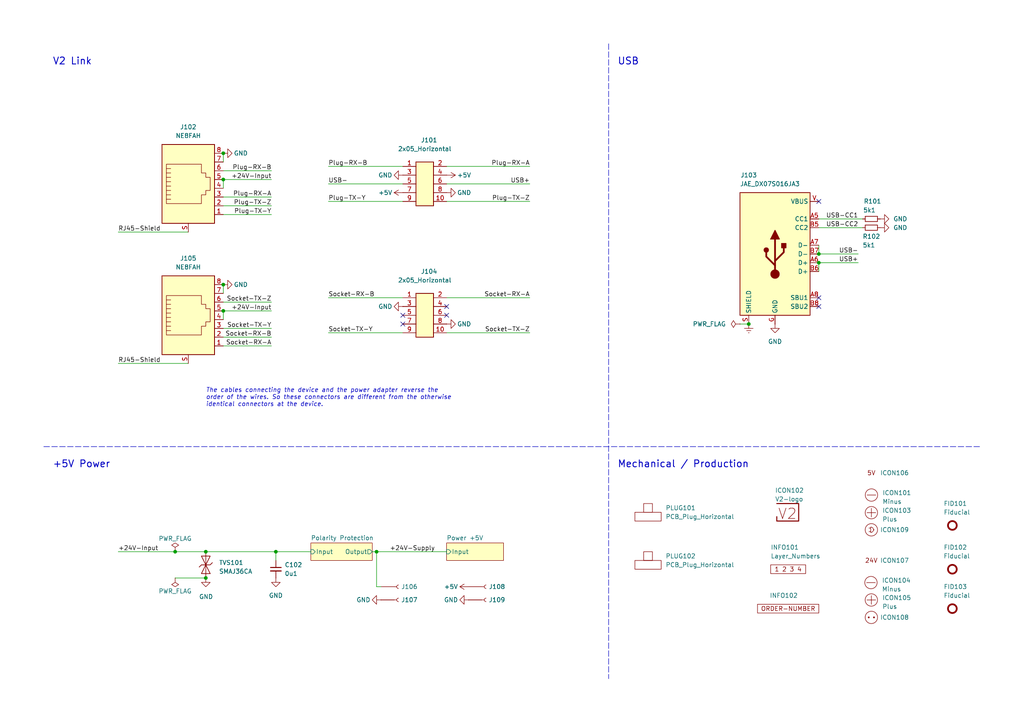
<source format=kicad_sch>
(kicad_sch (version 20231120) (generator "eeschema") (generator_version "8.0")
  (paper "A4")
  (title_block (title "V2 power RJ45") (date "2023-08-08") (rev "3") (company "Versio Duo") (comment 1 "Power Supply"))
  (lib_symbols
    (symbol "Device:C_Small" (pin_numbers hide) (pin_names (offset 0.254) hide)
      (property "Reference" "C" (at 0.254 1.778 0))
      (property "Value" "C_Small" (at 0.254 -2.032 0))
      (symbol "C_Small_0_1"
        (polyline (pts (xy -1.524 -0.508) (xy 1.524 -0.508)) (stroke (width 0.3302)))
        (polyline (pts (xy -1.524 0.508) (xy 1.524 0.508)) (stroke (width 0.3048)))
      )
      (symbol "C_Small_1_1"
        (pin passive line (at 0 2.54 270) (length 2.032) (name "~") (number "1"))
        (pin passive line (at 0 -2.54 90) (length 2.032) (name "~") (number "2"))
      )
    )
    (symbol "Device:R_Small" (pin_numbers hide) (pin_names (offset 0.254) hide)
      (property "Reference" "R" (at 0.762 0.508 0))
      (property "Value" "R_Small" (at 0.762 -1.016 0))
      (symbol "R_Small_0_1"
        (rectangle (start -0.762 1.778) (end 0.762 -1.778) (stroke (width 0.2032)))
      )
      (symbol "R_Small_1_1"
        (pin passive line (at 0 2.54 270) (length 0.762) (name "~") (number "1"))
        (pin passive line (at 0 -2.54 90) (length 0.762) (name "~") (number "2"))
      )
    )
    (symbol "V2_Artwork:24V" (in_bom no)
      (property "Reference" "ICON" (at -2.54 2.54 0))
      (symbol "24V_1_1"
        (text "24V" (at 0 0 0) (effects (font (size 1.27 1.27))))
      )
    )
    (symbol "V2_Artwork:5V" (in_bom no)
      (property "Reference" "ICON" (at -2.54 2.54 0))
      (symbol "5V_1_1"
        (text "5V" (at 0 0 0) (effects (font (size 1.27 1.27))))
      )
    )
    (symbol "V2_Artwork:Minus" (in_bom no)
      (property "Reference" "ICON" (at -2.54 2.54 0))
      (symbol "Minus_0_1"
        (polyline (pts (xy -1.27 0) (xy 1.27 0)))
        (circle (center 0 0) (radius 1.7961))
      )
    )
    (symbol "V2_Artwork:Plug" (in_bom no)
      (property "Reference" "ICON" (at -2.54 2.54 0))
      (symbol "Plug_0_1"
        (arc (start -0.1778 -0.762) (mid 0.379 -0.5314) (end 0.6096 0.0254))
        (polyline (pts (xy -0.1778 -0.762) (xy -0.1778 0.7874)))
        (polyline (pts (xy -0.1778 -0.508) (xy -0.6858 -0.508)))
        (polyline (pts (xy -0.1778 0.508) (xy -0.6858 0.508)))
        (polyline (pts (xy 0.6096 0) (xy 0.8382 0) (xy 0.8128 0)))
        (circle (center 0 0) (radius 1.7961))
        (arc (start 0.6096 0.0508) (mid 0.3812 0.5769) (end -0.1524 0.7874))
      )
    )
    (symbol "V2_Artwork:Plus" (in_bom no)
      (property "Reference" "ICON" (at -2.54 2.54 0))
      (symbol "Plus_0_1"
        (polyline (pts (xy -1.27 0) (xy 1.27 0)))
        (polyline (pts (xy 0 1.27) (xy 0 -1.27)))
        (circle (center 0 0) (radius 1.7961))
      )
    )
    (symbol "V2_Artwork:Socket" (in_bom no)
      (property "Reference" "ICON" (at -2.54 2.54 0))
      (symbol "Socket_0_1"
        (circle (center 0 0) (radius 1.7961))
      )
      (symbol "Socket_1_1"
        (circle (center -0.762 0) (radius 0.254) (stroke (width -0.0001)) (fill (type outline)))
        (circle (center 0.762 0) (radius 0.254) (stroke (width -0.0001)) (fill (type outline)))
      )
    )
    (symbol "V2_Artwork:V2-logo" (in_bom no)
      (property "Reference" "ICON" (at -3.302 3.81 0))
      (symbol "V2-logo_1_0"
        (polyline (pts (xy -3.302 2.54) (xy 3.048 2.54) (xy 3.048 -2.54) (xy -3.302 -2.54) (xy -3.302 -1.27)) (stroke (width 0.3)))
        (text "V2" (at -0.2055 -0.4053 0) (effects (font (size 3 3))))
      )
    )
    (symbol "V2_Connector_EtherCon:NE8FAH" (pin_names (offset 1.016))
      (property "Reference" "J" (at -5.08 17.78 0))
      (property "Value" "NE8FAH" (at 2.54 13.97 0))
      (symbol "NE8FAH_0_1"
        (polyline (pts (xy -5.08 4.445) (xy -6.35 4.445)))
        (polyline (pts (xy -5.08 5.715) (xy -6.35 5.715)))
        (polyline (pts (xy -6.35 -3.175) (xy -5.08 -3.175) (xy -5.08 -3.175)))
        (polyline (pts (xy -6.35 -1.905) (xy -5.08 -1.905) (xy -5.08 -1.905)))
        (polyline (pts (xy -6.35 -0.635) (xy -5.08 -0.635) (xy -5.08 -0.635)))
        (polyline (pts (xy -6.35 0.635) (xy -5.08 0.635) (xy -5.08 0.635)))
        (polyline (pts (xy -6.35 1.905) (xy -5.08 1.905) (xy -5.08 1.905)))
        (polyline (pts (xy -5.08 3.175) (xy -6.35 3.175) (xy -6.35 3.175)))
        (polyline (pts (xy -6.35 -4.445) (xy -6.35 6.985) (xy 3.81 6.985) (xy 3.81 4.445) (xy 5.08 4.445) (xy 5.08 3.175) (xy 6.35 3.175) (xy 6.35 -0.635) (xy 5.08 -0.635) (xy 5.08 -1.905) (xy 3.81 -1.905) (xy 3.81 -4.445) (xy -6.35 -4.445) (xy -6.35 -4.445)))
        (rectangle (start 7.62 12.7) (end -7.62 -10.16) (stroke (width 0.254)) (fill (type background)))
      )
      (symbol "NE8FAH_1_1"
        (pin passive line (at 10.16 -7.62 180) (length 2.54) (name "~") (number "1"))
        (pin passive line (at 10.16 -5.08 180) (length 2.54) (name "~") (number "2"))
        (pin passive line (at 10.16 -2.54 180) (length 2.54) (name "~") (number "3"))
        (pin passive line (at 10.16 0 180) (length 2.54) (name "~") (number "4"))
        (pin passive line (at 10.16 2.54 180) (length 2.54) (name "~") (number "5"))
        (pin passive line (at 10.16 5.08 180) (length 2.54) (name "~") (number "6"))
        (pin passive line (at 10.16 7.62 180) (length 2.54) (name "~") (number "7"))
        (pin passive line (at 10.16 10.16 180) (length 2.54) (name "~") (number "8"))
        (pin passive line (at 0 -12.7 90) (length 2.54) (name "") (number "S"))
      )
    )
    (symbol "V2_Connector_Header_1.27mm:2x05_Horizontal" (pin_names hide)
      (property "Reference" "J" (at 0 12.7 0))
      (property "Value" "2x05_Horizontal" (at 1.27 10.16 0))
      (symbol "2x05_Horizontal_1_1"
        (rectangle (start -2.54 6.35) (end 2.54 -6.35) (stroke (width 0.254)) (fill (type background)))
        (pin passive line (at -6.35 5.08 0) (length 3.81) (name "Pin_1") (number "1"))
        (pin passive line (at 6.35 -5.08 180) (length 3.81) (name "Pin_10") (number "10"))
        (pin passive line (at 6.35 5.08 180) (length 3.81) (name "Pin_2") (number "2"))
        (pin passive line (at -6.35 2.54 0) (length 3.81) (name "Pin_3") (number "3"))
        (pin passive line (at 6.35 2.54 180) (length 3.81) (name "Pin_4") (number "4"))
        (pin passive line (at -6.35 0 0) (length 3.81) (name "Pin_5") (number "5"))
        (pin passive line (at 6.35 0 180) (length 3.81) (name "Pin_6") (number "6"))
        (pin passive line (at -6.35 -2.54 0) (length 3.81) (name "Pin_7") (number "7"))
        (pin passive line (at 6.35 -2.54 180) (length 3.81) (name "Pin_8") (number "8"))
        (pin passive line (at -6.35 -5.08 0) (length 3.81) (name "Pin_9") (number "9"))
      )
    )
    (symbol "V2_Connector_USB:JAE_DX07S016JA3"
      (property "Reference" "J" (at -10.16 22.86 0))
      (property "Value" "USB-C_2.0" (at -10.16 20.5 0))
      (symbol "JAE_DX07S016JA3_0_1"
        (rectangle (start -10.16 17.78) (end 10.16 -17.78) (stroke (width 0.254)) (fill (type background)))
        (circle (center -2.54 1.143) (radius 0.635) (stroke (width 0.254)) (fill (type outline)))
        (circle (center 0 -5.842) (radius 1.27) (fill (type outline)))
        (polyline (pts (xy 0 -5.842) (xy 0 4.318)) (stroke (width 0.508)))
        (polyline (pts (xy 0 -3.302) (xy -2.54 -0.762) (xy -2.54 0.508)) (stroke (width 0.508)))
        (polyline (pts (xy 0 -2.032) (xy 2.54 0.508) (xy 2.54 1.778)) (stroke (width 0.508)))
        (polyline (pts (xy -1.27 4.318) (xy 0 6.858) (xy 1.27 4.318) (xy -1.27 4.318)) (stroke (width 0.254)) (fill (type outline)))
        (rectangle (start 1.905 1.778) (end 3.175 3.048) (stroke (width 0.254)) (fill (type outline)))
      )
      (symbol "JAE_DX07S016JA3_1_1"
        (pin bidirectional line (at 12.7 10.16 180) (length 2.54) (name "CC1") (number "A5"))
        (pin bidirectional line (at 12.7 -2.54 180) (length 2.54) (name "D+") (number "A6"))
        (pin bidirectional line (at 12.7 2.54 180) (length 2.54) (name "D-") (number "A7"))
        (pin bidirectional line (at 12.7 -12.7 180) (length 2.54) (name "SBU1") (number "A8"))
        (pin bidirectional line (at 12.7 7.62 180) (length 2.54) (name "CC2") (number "B5"))
        (pin bidirectional line (at 12.7 -5.08 180) (length 2.54) (name "D+") (number "B6"))
        (pin bidirectional line (at 12.7 0 180) (length 2.54) (name "D-") (number "B7"))
        (pin bidirectional line (at 12.7 -15.24 180) (length 2.54) (name "SBU2") (number "B8"))
        (pin passive line (at 0 -20.32 90) (length 2.54) (name "GND") (number "G"))
        (pin passive line (at -7.62 -20.32 90) (length 2.54) (name "SHIELD") (number "S"))
        (pin passive line (at 12.7 15.24 180) (length 2.54) (name "VBUS") (number "V"))
      )
    )
    (symbol "V2_Connector_WAGO:2065" (pin_numbers hide) (pin_names (offset 1.016) hide)
      (property "Reference" "J" (at -5.08 6.35 0))
      (symbol "2065_1_1"
        (polyline (pts (xy -1.27 0) (xy -0.508 0)) (stroke (width 0.1524)))
        (arc (start 0 0.508) (mid -0.5058 0) (end 0 -0.508) (stroke (width 0.1524)))
        (pin passive line (at -5.08 0 0) (length 3.81) (name "") (number "1"))
      )
    )
    (symbol "V2_Diode:SMAJ36CA" (pin_numbers hide) (pin_names hide)
      (property "Reference" "TVS" (at -1.27 3.81 0))
      (property "Value" "SMAJ24CA" (at 0 -3.81 0))
      (symbol "SMAJ36CA_0_1"
        (polyline (pts (xy 1.27 0) (xy -1.27 0)))
        (polyline (pts (xy -2.54 -1.27) (xy -2.54 1.27) (xy 0 0) (xy -2.54 -1.27)) (stroke (width 0.2032)))
        (polyline (pts (xy 2.54 1.27) (xy 2.54 -1.27) (xy 0 0) (xy 2.54 1.27)) (stroke (width 0.2032)))
        (polyline (pts (xy 0 1.27) (xy -0.635 1.905) (xy 0 1.27) (xy 0 -1.27) (xy 0.635 -1.905) (xy 0 -1.27)) (stroke (width 0.2032)))
      )
      (symbol "SMAJ36CA_1_1"
        (pin passive line (at -3.81 0 0) (length 2.54) (name "K") (number "1"))
        (pin passive line (at 3.81 0 180) (length 2.54) (name "A") (number "2"))
      )
    )
    (symbol "V2_Mechanical:Fiducial_Paste" (in_bom no)
      (property "Reference" "FID" (at 0 5.08 0))
      (property "Value" "Fiducial_Paste" (at 0 3.175 0))
      (symbol "Fiducial_Paste_0_1"
        (circle (center 0 0) (radius 1.27) (stroke (width 0.508)))
      )
    )
    (symbol "V2_PCB_Devices:PCB_Plug_Horizontal" (in_bom no)
      (property "Reference" "PLUG" (at 0 -5.08 0))
      (property "Value" "PCB_Plug_Horizontal" (at 1.27 -8.89 0))
      (symbol "PCB_Plug_Horizontal_0_1"
        (rectangle (start -3.81 0) (end 3.81 -2.54))
        (rectangle (start -1.27 2.54) (end 1.27 0))
      )
    )
    (symbol "V2_Production:Layer_Numbers" (in_bom no)
      (property "Reference" "INFO" (at 0 3.81 0))
      (property "Value" "Layer_Numbers" (at 0 -3.81 0))
      (symbol "Layer_Numbers_0_0"
        (text "1 2 3 4" (at 0 0 0) (effects (font (size 1.27 1.27))))
      )
      (symbol "Layer_Numbers_0_1"
        (rectangle (start -5.08 1.27) (end 5.08 -1.27))
      )
    )
    (symbol "V2_Production:Order_Number" (in_bom no)
      (property "Reference" "INFO" (at 0 2.54 0))
      (symbol "Order_Number_0_0"
        (text "ORDER-NUMBER" (at 0 0 0) (effects (font (size 1.27 1.27))))
      )
      (symbol "Order_Number_0_1"
        (rectangle (start -8.89 1.27) (end 8.89 -1.27))
      )
    )
    (symbol "power:+5V" (power) (pin_numbers hide) (pin_names (offset 0) hide)
      (property "Value" "+5V" (at 0 3.556 0))
      (symbol "+5V_0_1"
        (polyline (pts (xy -0.762 1.27) (xy 0 2.54)))
        (polyline (pts (xy 0 0) (xy 0 2.54)))
        (polyline (pts (xy 0 2.54) (xy 0.762 1.27)))
      )
      (symbol "+5V_1_1"
        (pin power_in line (at 0 0 90) (length 0) (name "~") (number "1"))
      )
    )
    (symbol "power:Earth" (power) (pin_numbers hide) (pin_names (offset 0) hide)
      (property "Value" "Earth" (at 0 -3.81 0))
      (symbol "Earth_0_1"
        (polyline (pts (xy -0.635 -1.905) (xy 0.635 -1.905)))
        (polyline (pts (xy -0.127 -2.54) (xy 0.127 -2.54)))
        (polyline (pts (xy 0 -1.27) (xy 0 0)))
        (polyline (pts (xy 1.27 -1.27) (xy -1.27 -1.27)))
      )
      (symbol "Earth_1_1"
        (pin power_in line (at 0 0 270) (length 0) (name "~") (number "1"))
      )
    )
    (symbol "power:GND" (power) (pin_numbers hide) (pin_names (offset 0) hide)
      (property "Value" "GND" (at 0 -3.81 0))
      (symbol "GND_0_1"
        (polyline (pts (xy 0 0) (xy 0 -1.27) (xy 1.27 -1.27) (xy 0 -2.54) (xy -1.27 -1.27) (xy 0 -1.27)))
      )
      (symbol "GND_1_1"
        (pin power_in line (at 0 0 270) (length 0) (name "~") (number "1"))
      )
    )
    (symbol "power:PWR_FLAG" (power) (pin_numbers hide) (pin_names (offset 0) hide)
      (property "Value" "PWR_FLAG" (at 0 3.81 0))
      (symbol "PWR_FLAG_0_0"
        (pin power_out line (at 0 0 90) (length 0) (name "~") (number "1"))
      )
      (symbol "PWR_FLAG_0_1"
        (polyline (pts (xy 0 0) (xy 0 1.27) (xy -1.016 1.905) (xy 0 2.54) (xy 1.016 1.905) (xy 0 1.27)))
      )
    )
  )
  (junction (at 217.17 93.98))
  (junction (at 59.69 167.64))
  (junction (at 59.69 160.02))
  (junction (at 237.49 73.66))
  (junction (at 64.77 44.45))
  (junction (at 109.22 160.02))
  (junction (at 50.8 160.02))
  (junction (at 64.77 52.07))
  (junction (at 80.01 160.02))
  (junction (at 64.77 90.17))
  (junction (at 237.49 76.2))
  (junction (at 64.77 82.55))
  (no_connect (at 116.84 93.98))
  (no_connect (at 129.54 91.44))
  (no_connect (at 237.49 58.42))
  (no_connect (at 129.54 88.9))
  (no_connect (at 116.84 91.44))
  (no_connect (at 237.49 86.36))
  (no_connect (at 237.49 88.9))
  (wire (pts (xy 34.29 67.31) (xy 54.61 67.31)))
  (wire (pts (xy 59.69 160.02) (xy 80.01 160.02)))
  (wire (pts (xy 109.22 160.02) (xy 109.22 170.18)))
  (wire (pts (xy 50.8 167.64) (xy 59.69 167.64)))
  (wire (pts (xy 64.77 44.45) (xy 64.77 46.99)))
  (wire (pts (xy 80.01 162.56) (xy 80.01 160.02)))
  (wire (pts (xy 64.77 87.63) (xy 78.74 87.63)))
  (wire (pts (xy 214.63 93.98) (xy 217.17 93.98)))
  (polyline (pts (xy 176.53 12.7) (xy 176.53 196.85)) (stroke (width 0) (type dash)))
  (wire (pts (xy 64.77 97.79) (xy 78.74 97.79)))
  (wire (pts (xy 129.54 96.52) (xy 153.67 96.52)))
  (wire (pts (xy 129.54 58.42) (xy 153.67 58.42)))
  (wire (pts (xy 80.01 160.02) (xy 90.17 160.02)))
  (wire (pts (xy 34.29 105.41) (xy 54.61 105.41)))
  (wire (pts (xy 129.54 86.36) (xy 153.67 86.36)))
  (wire (pts (xy 237.49 66.04) (xy 250.19 66.04)))
  (wire (pts (xy 64.77 62.23) (xy 78.74 62.23)))
  (wire (pts (xy 95.25 53.34) (xy 116.84 53.34)))
  (wire (pts (xy 64.77 90.17) (xy 64.77 92.71)))
  (wire (pts (xy 237.49 73.66) (xy 248.92 73.66)))
  (wire (pts (xy 129.54 48.26) (xy 153.67 48.26)))
  (polyline (pts (xy 12.7 129.54) (xy 284.48 129.54)) (stroke (width 0) (type dash)))
  (wire (pts (xy 64.77 59.69) (xy 78.74 59.69)))
  (wire (pts (xy 237.49 76.2) (xy 248.92 76.2)))
  (wire (pts (xy 64.77 100.33) (xy 78.74 100.33)))
  (wire (pts (xy 237.49 76.2) (xy 237.49 78.74)))
  (wire (pts (xy 64.77 49.53) (xy 78.74 49.53)))
  (wire (pts (xy 109.22 170.18) (xy 110.49 170.18)))
  (wire (pts (xy 129.54 53.34) (xy 153.67 53.34)))
  (wire (pts (xy 116.84 58.42) (xy 95.25 58.42)))
  (wire (pts (xy 237.49 71.12) (xy 237.49 73.66)))
  (wire (pts (xy 64.77 52.07) (xy 64.77 54.61)))
  (wire (pts (xy 64.77 82.55) (xy 64.77 85.09)))
  (wire (pts (xy 109.22 160.02) (xy 129.54 160.02)))
  (wire (pts (xy 34.29 160.02) (xy 50.8 160.02)))
  (wire (pts (xy 50.8 160.02) (xy 59.69 160.02)))
  (wire (pts (xy 237.49 63.5) (xy 250.19 63.5)))
  (wire (pts (xy 116.84 96.52) (xy 95.25 96.52)))
  (wire (pts (xy 64.77 95.25) (xy 78.74 95.25)))
  (wire (pts (xy 116.84 86.36) (xy 95.25 86.36)))
  (wire (pts (xy 64.77 57.15) (xy 78.74 57.15)))
  (wire (pts (xy 64.77 52.07) (xy 78.74 52.07)))
  (wire (pts (xy 107.95 160.02) (xy 109.22 160.02)))
  (wire (pts (xy 64.77 90.17) (xy 78.74 90.17)))
  (wire (pts (xy 116.84 48.26) (xy 95.25 48.26)))
  (text "+5V Power" (at 15.24 135.89 0) (effects (font (size 2 2) (thickness 0.254) (bold yes)) (justify left bottom)))
  (text "Mechanical / Production" (at 179.07 135.89 0) (effects (font (size 2 2) (thickness 0.254) (bold yes)) (justify left bottom)))
  (text "The cables connecting the device and the power adapter reverse the\norder of the wires. So these connectors are different from the otherwise\nidentical connectors at the device." (at 59.69 118.11 0) (effects (font (size 1.27 1.27) (italic yes)) (justify left bottom)))
  (text "USB" (at 179.07 19.05 0) (effects (font (size 2 2) (thickness 0.254) (bold yes)) (justify left bottom)))
  (text "V2 Link" (at 15.24 19.05 0) (effects (font (size 2 2) (thickness 0.254) (bold yes)) (justify left bottom)))
  (label "Socket-TX-Z" (at 153.67 96.52 180))
  (label "USB+" (at 153.67 53.34 180))
  (label "Socket-TX-Y" (at 95.25 96.52 0))
  (label "Socket-RX-B" (at 78.74 97.79 180))
  (label "+24V-Input" (at 78.74 52.07 180))
  (label "USB+" (at 248.92 76.2 180))
  (label "Socket-TX-Z" (at 78.74 87.63 180))
  (label "Plug-RX-B" (at 78.74 49.53 180))
  (label "Plug-TX-Z" (at 78.74 59.69 180))
  (label "Plug-TX-Z" (at 153.67 58.42 180))
  (label "RJ45-Shield" (at 34.29 67.31 0))
  (label "Plug-TX-Y" (at 95.25 58.42 0))
  (label "Plug-RX-B" (at 95.25 48.26 0))
  (label "USB-" (at 95.25 53.34 0))
  (label "Plug-RX-A" (at 153.67 48.26 180))
  (label "RJ45-Shield" (at 34.29 105.41 0))
  (label "+24V-Supply" (at 113.03 160.02 0))
  (label "+24V-Input" (at 78.74 90.17 180))
  (label "USB-CC2" (at 248.92 66.04 180))
  (label "Plug-TX-Y" (at 78.74 62.23 180))
  (label "Plug-RX-A" (at 78.74 57.15 180))
  (label "Socket-RX-B" (at 95.25 86.36 0))
  (label "Socket-RX-A" (at 153.67 86.36 180))
  (label "Socket-RX-A" (at 78.74 100.33 180))
  (label "USB-" (at 248.92 73.66 180))
  (label "Socket-TX-Y" (at 78.74 95.25 180))
  (label "USB-CC1" (at 248.92 63.5 180))
  (label "+24V-Input" (at 34.29 160.02 0))
  (symbol (lib_id "power:GND") (at 116.84 88.9 270) (unit 1)
    (property "Reference" "#PWR0110" (effects (hide yes)))
    (property "Value" "GND" (at 111.76 88.8999 90))
  )
  (symbol (lib_id "V2_Production:Layer_Numbers") (at 228.6 165.1 0) (unit 1) (in_bom no)
    (property "Reference" "INFO101" (at 223.52 158.7499 0) (effects (justify left)))
    (property "Value" "Layer_Numbers" (at 223.52 161.2899 0) (effects (justify left)))
    (property "Footprint" "V2_Production:Layer_Numbers" (effects (hide yes)))
    (property "Sim.Enable" "0" (effects (hide yes)))
  )
  (symbol (lib_id "power:GND") (at 59.69 167.64 0) (unit 1)
    (property "Reference" "#PWR0121" (effects (hide yes)))
    (property "Value" "GND" (at 57.71 173.07 0) (effects (justify left)))
  )
  (symbol (lib_id "power:GND") (at 255.27 66.04 90) (unit 1)
    (property "Reference" "#PWR0108" (effects (hide yes)))
    (property "Value" "GND" (at 259.08 66.0399 90) (effects (justify right)))
  )
  (symbol (lib_id "V2_PCB_Devices:PCB_Plug_Horizontal") (at 187.96 162.56 0) (unit 1) (in_bom no)
    (property "Reference" "PLUG102" (at 193.04 161.29 0) (effects (justify left)))
    (property "Value" "PCB_Plug_Horizontal" (at 193.04 163.83 0) (effects (justify left)))
    (property "Footprint" "V2_PCB_Devices:PCB_Plug_Horizontal" (effects (hide yes)))
    (property "Sim.Enable" "0" (effects (hide yes)))
  )
  (symbol (lib_id "V2_Diode:SMAJ36CA") (at 59.69 163.83 90) (unit 1)
    (property "Reference" "TVS101" (at 63.5 163.195 90) (effects (justify right)))
    (property "Value" "SMAJ36CA" (at 63.5 165.735 90) (effects (justify right)))
    (property "Footprint" "Diode_SMD:D_SMA" (effects (hide yes)))
  )
  (symbol (lib_id "power:GND") (at 80.01 167.64 0) (unit 1)
    (property "Reference" "#PWR0122" (effects (hide yes)))
    (property "Value" "GND" (at 80.01 172.72 0))
  )
  (symbol (lib_id "V2_PCB_Devices:PCB_Plug_Horizontal") (at 187.96 148.59 0) (unit 1) (in_bom no)
    (property "Reference" "PLUG101" (at 193.04 147.32 0) (effects (justify left)))
    (property "Value" "PCB_Plug_Horizontal" (at 193.04 149.86 0) (effects (justify left)))
    (property "Footprint" "V2_PCB_Devices:PCB_Plug_Horizontal" (effects (hide yes)))
    (property "Sim.Enable" "0" (effects (hide yes)))
  )
  (symbol (lib_id "V2_Connector_USB:JAE_DX07S016JA3") (at 224.79 73.66 0) (unit 1)
    (property "Reference" "J103" (at 217.17 50.8 0))
    (property "Value" "JAE_DX07S016JA3" (at 214.63 53.34 0) (effects (justify left)))
    (property "Footprint" "V2_Connector_USB:JAE_DX07S016JA3" (effects (hide yes)))
    (property "Sim.Enable" "0" (effects (hide yes)))
  )
  (symbol (lib_id "power:GND") (at 116.84 50.8 270) (unit 1)
    (property "Reference" "#PWR0102" (effects (hide yes)))
    (property "Value" "GND" (at 111.76 50.7999 90))
  )
  (symbol (lib_id "power:GND") (at 255.27 63.5 90) (unit 1)
    (property "Reference" "#PWR0106" (effects (hide yes)))
    (property "Value" "GND" (at 259.08 63.4999 90) (effects (justify right)))
  )
  (symbol (lib_id "power:Earth") (at 217.17 93.98 0) (unit 1)
    (property "Reference" "#PWR0107" (effects (hide yes)))
    (property "Value" "Earth" (effects (hide yes)))
  )
  (symbol (lib_id "V2_Artwork:Plus") (at 252.7351 148.6963 0) (unit 1) (in_bom no)
    (property "Reference" "ICON103" (at 255.9101 148.0613 0) (effects (justify left)))
    (property "Value" "Plus" (at 255.9101 150.6013 0) (effects (justify left)))
    (property "Footprint" "V2_Artwork:Plus_Small" (effects (hide yes)))
    (property "Sim.Enable" "0" (effects (hide yes)))
  )
  (symbol (lib_id "power:GND") (at 129.54 93.98 90) (unit 1)
    (property "Reference" "#PWR0113" (effects (hide yes)))
    (property "Value" "GND" (at 134.62 93.98 90))
  )
  (symbol (lib_id "power:+5V") (at 129.54 50.8 270) (unit 1)
    (property "Reference" "#PWR0103" (effects (hide yes)))
    (property "Value" "+5V" (at 134.62 50.8 90))
  )
  (symbol (lib_id "V2_Connector_WAGO:2065") (at 140.97 173.99 0) (unit 1)
    (property "Reference" "J109" (at 144.145 173.99 0))
    (property "Value" "WAGO-2065" (effects (hide yes)))
    (property "Footprint" "V2_Connector_WAGO:2065-100" (effects (hide yes)))
    (property "Sim.Enable" "0" (effects (hide yes)))
  )
  (symbol (lib_id "V2_Artwork:Socket") (at 252.73 179.07 0) (unit 1) (in_bom no)
    (property "Reference" "ICON108" (at 255.27 179.07 0) (effects (justify left)))
    (property "Value" "Socket" (effects (hide yes)))
    (property "Footprint" "V2_Artwork:Socket_Small" (effects (hide yes)))
    (property "Sim.Enable" "0" (effects (hide yes)))
  )
  (symbol (lib_id "V2_Connector_EtherCon:NE8FAH") (at 54.61 54.61 0) (unit 1)
    (property "Reference" "J102" (at 54.61 36.83 0))
    (property "Value" "NE8FAH" (at 54.61 39.37 0))
    (property "Footprint" "V2_Connector_EtherCon:NE8FAH" (effects (hide yes)))
    (property "Sim.Enable" "0" (effects (hide yes)))
  )
  (symbol (lib_id "Device:C_Small") (at 80.01 165.1 0) (unit 1)
    (property "Reference" "C102" (at 82.55 163.83 0) (effects (justify left)))
    (property "Value" "0u1" (at 82.55 166.37 0) (effects (justify left)))
    (property "Footprint" "Capacitor_SMD:C_0603_1608Metric" (effects (hide yes)))
  )
  (symbol (lib_id "V2_Connector_Header_1.27mm:2x05_Horizontal") (at 123.19 53.34 0) (unit 1)
    (property "Reference" "J101" (at 124.46 40.64 0))
    (property "Value" "2x05_Horizontal" (at 123.19 43.18 0))
    (property "Footprint" "V2_Connector_Header_1.27mm:PinHeader_2x05_P1.27mm_Horizontal" (effects (hide yes)))
    (property "Sim.Enable" "0" (effects (hide yes)))
  )
  (symbol (lib_id "V2_Production:Order_Number") (at 228.6 176.53 0) (unit 1) (in_bom no)
    (property "Reference" "INFO102" (at 227.33 172.72 0))
    (property "Value" "ORDER-NUMBER" (effects (hide yes)))
    (property "Footprint" "V2_Production:Order_Number" (effects (hide yes)))
    (property "Sim.Enable" "0" (effects (hide yes)))
  )
  (symbol (lib_id "V2_Artwork:Minus") (at 252.6135 168.9745 0) (unit 1) (in_bom no)
    (property "Reference" "ICON104" (at 255.7885 168.3395 0) (effects (justify left)))
    (property "Value" "Minus" (at 255.7885 170.8795 0) (effects (justify left)))
    (property "Footprint" "V2_Artwork:Minus_Small" (effects (hide yes)))
    (property "Sim.Enable" "0" (effects (hide yes)))
  )
  (symbol (lib_id "Device:R_Small") (at 252.73 63.5 90) (unit 1)
    (property "Reference" "R101" (at 255.6325 58.3841 90) (effects (justify left)))
    (property "Value" "5k1" (at 253.9999 60.96 90) (effects (justify left)))
    (property "Footprint" "Resistor_SMD:R_0603_1608Metric" (effects (hide yes)))
  )
  (symbol (lib_id "Device:R_Small") (at 252.73 66.04 90) (unit 1)
    (property "Reference" "R102" (at 250.1899 68.58 90) (effects (justify right)))
    (property "Value" "5k1" (at 250.1899 71.12 90) (effects (justify right)))
    (property "Footprint" "Resistor_SMD:R_0603_1608Metric" (effects (hide yes)))
  )
  (symbol (lib_id "V2_Mechanical:Fiducial_Paste") (at 276.225 152.4 0) (unit 1) (in_bom no)
    (property "Reference" "FID101" (at 273.685 146.05 0) (effects (justify left)))
    (property "Value" "Fiducial" (at 273.685 148.59 0) (effects (justify left)))
    (property "Footprint" "V2_Fiducial:Fiducial_0.5mm_Mask1mm_Paste" (effects (hide yes)))
    (property "Sim.Enable" "0" (effects (hide yes)))
  )
  (symbol (lib_id "power:GND") (at 64.77 44.45 90) (unit 1)
    (property "Reference" "#PWR0101" (effects (hide yes)))
    (property "Value" "GND" (at 69.85 44.45 90))
  )
  (symbol (lib_id "power:PWR_FLAG") (at 214.63 93.98 90) (unit 1)
    (property "Reference" "#FLG0101" (effects (hide yes)))
    (property "Value" "PWR_FLAG" (at 205.74 93.98 90))
  )
  (symbol (lib_id "V2_Artwork:Minus") (at 252.7602 143.5776 0) (unit 1) (in_bom no)
    (property "Reference" "ICON101" (at 255.9352 142.9426 0) (effects (justify left)))
    (property "Value" "Minus" (at 255.9352 145.4826 0) (effects (justify left)))
    (property "Footprint" "V2_Artwork:Minus_Small" (effects (hide yes)))
    (property "Sim.Enable" "0" (effects (hide yes)))
  )
  (symbol (lib_id "V2_Connector_WAGO:2065") (at 140.97 170.18 0) (unit 1)
    (property "Reference" "J108" (at 144.145 170.18 0))
    (property "Value" "WAGO-2065" (effects (hide yes)))
    (property "Footprint" "V2_Connector_WAGO:2065-100" (effects (hide yes)))
    (property "Sim.Enable" "0" (effects (hide yes)))
  )
  (symbol (lib_id "V2_Connector_WAGO:2065") (at 115.57 173.99 0) (unit 1)
    (property "Reference" "J107" (at 118.745 173.99 0))
    (property "Value" "WAGO-2065" (effects (hide yes)))
    (property "Footprint" "V2_Connector_WAGO:2065-100" (effects (hide yes)))
    (property "Sim.Enable" "0" (effects (hide yes)))
  )
  (symbol (lib_id "power:PWR_FLAG") (at 50.8 160.02 0) (unit 1)
    (property "Reference" "#FLG0102" (effects (hide yes)))
    (property "Value" "PWR_FLAG" (at 50.8 156.21 0))
  )
  (symbol (lib_id "V2_Connector_Header_1.27mm:2x05_Horizontal") (at 123.19 91.44 0) (unit 1)
    (property "Reference" "J104" (at 124.46 78.74 0))
    (property "Value" "2x05_Horizontal" (at 123.19 81.28 0))
    (property "Footprint" "V2_Connector_Header_1.27mm:PinHeader_2x05_P1.27mm_Horizontal" (effects (hide yes)))
    (property "Sim.Enable" "0" (effects (hide yes)))
  )
  (symbol (lib_id "power:GND") (at 224.79 93.98 0) (unit 1)
    (property "Reference" "#PWR0115" (effects (hide yes)))
    (property "Value" "GND" (at 224.79 99.06 0))
  )
  (symbol (lib_id "power:GND") (at 110.49 173.99 270) (unit 1)
    (property "Reference" "#PWR0123" (effects (hide yes)))
    (property "Value" "GND" (at 105.41 173.99 90))
  )
  (symbol (lib_id "V2_Artwork:24V") (at 252.73 162.56 0) (unit 1) (in_bom no)
    (property "Reference" "ICON107" (at 255.27 162.56 0) (effects (justify left)))
    (property "Value" "24V" (effects (hide yes)))
    (property "Footprint" "V2_Artwork:24V" (effects (hide yes)))
    (property "Sim.Enable" "0" (effects (hide yes)))
  )
  (symbol (lib_id "power:GND") (at 129.54 55.88 90) (unit 1)
    (property "Reference" "#PWR0105" (effects (hide yes)))
    (property "Value" "GND" (at 134.62 55.88 90))
  )
  (symbol (lib_id "power:+5V") (at 135.89 170.18 90) (unit 1)
    (property "Reference" "#PWR0124" (effects (hide yes)))
    (property "Value" "+5V" (at 130.81 170.18 90))
  )
  (symbol (lib_id "V2_Artwork:5V") (at 252.73 137.16 0) (unit 1) (in_bom no)
    (property "Reference" "ICON106" (at 255.27 137.16 0) (effects (justify left)))
    (property "Value" "5V" (effects (hide yes)))
    (property "Footprint" "V2_Artwork:5V" (effects (hide yes)))
    (property "Sim.Enable" "0" (effects (hide yes)))
  )
  (symbol (lib_id "V2_Mechanical:Fiducial_Paste") (at 276.225 165.1 0) (unit 1) (in_bom no)
    (property "Reference" "FID102" (at 273.685 158.75 0) (effects (justify left)))
    (property "Value" "Fiducial" (at 277.495 161.29 0))
    (property "Footprint" "V2_Fiducial:Fiducial_0.5mm_Mask1mm_Paste" (effects (hide yes)))
    (property "Sim.Enable" "0" (effects (hide yes)))
  )
  (symbol (lib_id "V2_Connector_WAGO:2065") (at 115.57 170.18 0) (unit 1)
    (property "Reference" "J106" (at 118.745 170.18 0))
    (property "Value" "WAGO-2065" (effects (hide yes)))
    (property "Footprint" "V2_Connector_WAGO:2065-100" (effects (hide yes)))
    (property "Sim.Enable" "0" (effects (hide yes)))
  )
  (symbol (lib_id "V2_Connector_EtherCon:NE8FAH") (at 54.61 92.71 0) (unit 1)
    (property "Reference" "J105" (at 54.61 74.93 0))
    (property "Value" "NE8FAH" (at 54.61 77.47 0))
    (property "Footprint" "V2_Connector_EtherCon:NE8FAH" (effects (hide yes)))
    (property "Sim.Enable" "0" (effects (hide yes)))
  )
  (symbol (lib_id "V2_Artwork:Plug") (at 252.73 153.67 0) (unit 1) (in_bom no)
    (property "Reference" "ICON109" (at 255.27 153.67 0) (effects (justify left)))
    (property "Value" "Plug" (effects (hide yes)))
    (property "Footprint" "V2_Artwork:Plug_Small" (effects (hide yes)))
    (property "Sim.Enable" "0" (effects (hide yes)))
  )
  (symbol (lib_id "power:GND") (at 64.77 82.55 90) (unit 1)
    (property "Reference" "#PWR0109" (effects (hide yes)))
    (property "Value" "GND" (at 69.85 82.55 90))
  )
  (symbol (lib_id "V2_Artwork:Plus") (at 252.7232 174.0157 0) (unit 1) (in_bom no)
    (property "Reference" "ICON105" (at 255.8982 173.3807 0) (effects (justify left)))
    (property "Value" "Plus" (at 255.8982 175.9207 0) (effects (justify left)))
    (property "Footprint" "V2_Artwork:Plus_Small" (effects (hide yes)))
    (property "Sim.Enable" "0" (effects (hide yes)))
  )
  (symbol (lib_id "power:GND") (at 135.89 173.99 270) (unit 1)
    (property "Reference" "#PWR0125" (effects (hide yes)))
    (property "Value" "GND" (at 130.81 173.99 90))
  )
  (symbol (lib_id "V2_Mechanical:Fiducial_Paste") (at 276.225 176.53 0) (unit 1) (in_bom no)
    (property "Reference" "FID103" (at 273.685 170.18 0) (effects (justify left)))
    (property "Value" "Fiducial" (at 273.685 172.72 0) (effects (justify left)))
    (property "Footprint" "V2_Fiducial:Fiducial_0.5mm_Mask1mm_Paste" (effects (hide yes)))
    (property "Sim.Enable" "0" (effects (hide yes)))
  )
  (symbol (lib_id "power:+5V") (at 116.84 55.88 90) (unit 1)
    (property "Reference" "#PWR0104" (effects (hide yes)))
    (property "Value" "+5V" (at 111.76 55.88 90))
  )
  (symbol (lib_id "power:PWR_FLAG") (at 50.8 167.64 180) (unit 1)
    (property "Reference" "#FLG0103" (effects (hide yes)))
    (property "Value" "PWR_FLAG" (at 50.8 171.45 0))
  )
  (symbol (lib_id "V2_Artwork:V2-logo") (at 228.6 148.59 0) (unit 1) (in_bom no)
    (property "Reference" "ICON102" (at 224.79 142.24 0) (effects (justify left)))
    (property "Value" "V2-logo" (at 224.79 144.78 0) (effects (justify left)))
    (property "Footprint" "V2_Artwork:Logo_Small" (effects (hide yes)))
    (property "Sim.Enable" "0" (effects (hide yes)))
  )
  (sheet (at 129.54 157.48) (size 16.51 5.08) (stroke (width 0.1524)) (fill (color 255 255 194 1.0000))
    (property "Sheetname" "Power +5V" (at 129.54 156.7684 0) (effects (justify left bottom)))
    (property "Sheetfile" "PowerSupply.kicad_sch" (effects (hide yes)))
    (pin "Input" input (at 129.54 160.02 180))
  )
  (sheet (at 90.17 157.48) (size 17.78 5.08) (stroke (width 0.1524)) (fill (color 255 255 194 1.0000))
    (property "Sheetname" "Polarity Protection" (at 90.17 156.7684 0) (effects (justify left bottom)))
    (property "Sheetfile" "PolarityProtection.kicad_sch" (effects (hide yes)))
    (pin "Output" output (at 107.95 160.02 0))
    (pin "Input" input (at 90.17 160.02 180))
  )
)
</source>
